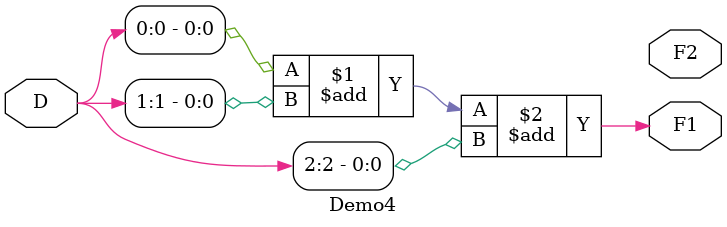
<source format=v>
module test_Demo4;
	reg [2:0] tD;
	wire tF1, tF2;
	
	Demo4 DD(tF1, tF2, tD[0], tD[1], tD[2], tD[3]);
	
	initial begin
			tD = 3'b000;
			repeat(7)#10 tD = tD +1'b1;
		end
		
	initial begin
		$monitor("ABC = %b, F1 = %b, F2 = %b", tD, tF1, tF2);
	end
	
endmodule


module Demo4
(
	output F1, F2,
	input [2:0]D
);
	
	
	
	/*
	case(D)
		3'b000: F1 = 0; F2 = 0;
		3'b001: F1 = 1; F2 = 0;
		3'b010: F1 = 1; F2 = 0;
		3'b011: F1 = 0; F2 = 1;
		3'b100: F1 = 1; F2 = 0;
		3'b101: F1 = 0; F2 = 1;
		3'b110: F1 = 0; F2 = 1;
		3'b111: F1 = 1; F2 = 1;
	endcase
	
	always @(D, F1, F2)
	case(D)
		3'b000: F1 = 0; 
		3'b001: F1 = 1; 
		3'b010: F1 = 1;
		3'b011: F1 = 0; 
		3'b100: F1 = 1; 
		3'b101: F1 = 0; 
		3'b110: F1 = 0; 
		3'b111: F1 = 1; 
	endcase
	
	always @(D, F1, F2)
	case (D)
		3'b000: F2 = 0;
		3'b001: F2 = 0;
		3'b010: F2 = 0;
		3'b011: F2 = 1;
		3'b100: F2 = 0;
		3'b101: F2 = 1;
		3'b110: F2 = 1;
		3'b111: F2 = 1;
	endcase
	
	*/
	assign F1 = D[0] + D[1] + D[2];
	//assign F2 = D[0] + D[1] + D[2];
endmodule

</source>
